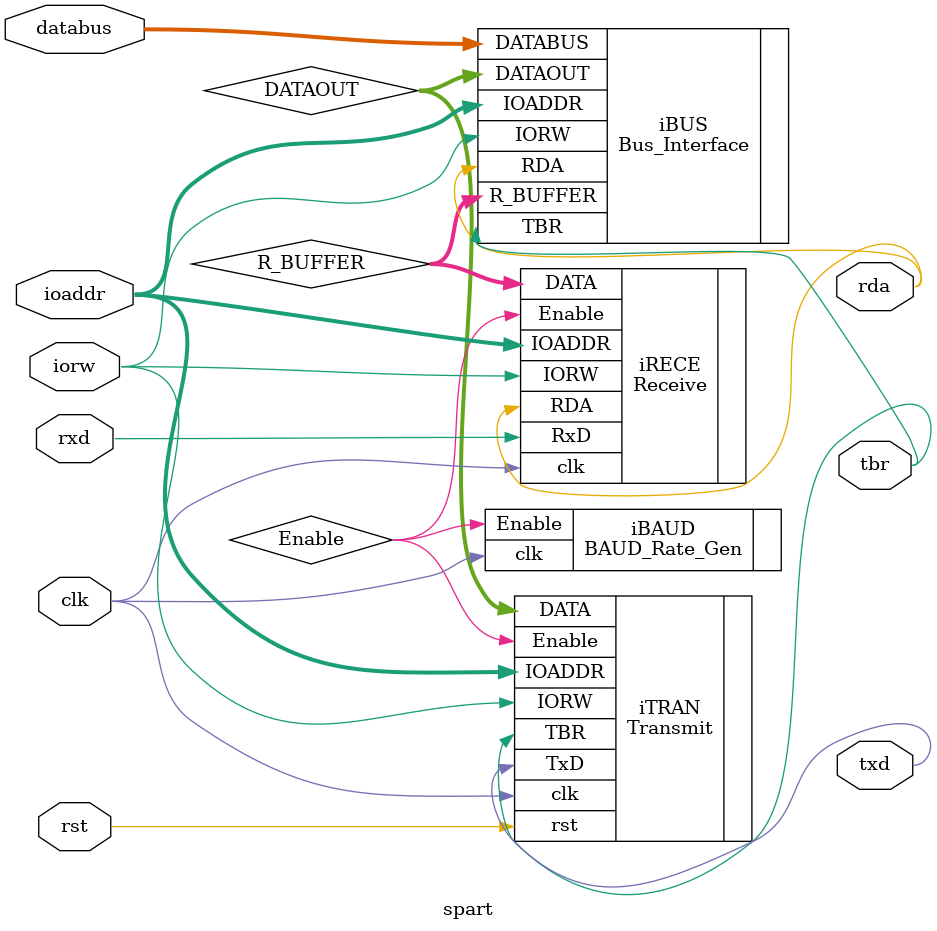
<source format=v>
module spart( input clk, input rst, input iorw, output rda, output tbr, input [1:0] ioaddr, inout [7:0] databus, output txd, input rxd );

	wire [7:0] DATAOUT,R_BUFFER;
	wire Enable;

	Bus_Interface iBUS(.DATABUS(databus), .DATAOUT(DATAOUT), .R_BUFFER(R_BUFFER), .RDA(rda), .TBR(tbr), .IORW(iorw), .IOADDR(ioaddr));

	BAUD_Rate_Gen iBAUD(.clk(clk), .Enable(Enable));

	Transmit iTRAN(.TxD(txd), .TBR(tbr), .DATA(DATAOUT), .IOADDR(ioaddr), .clk(clk), .rst(rst), .Enable(Enable), .IORW(iorw));

	Receive iRECE(.DATA(R_BUFFER), .RDA(rda), .RxD(rxd), .Enable(Enable), .clk(clk), .IORW(iorw), .IOADDR(ioaddr));

endmodule

</source>
